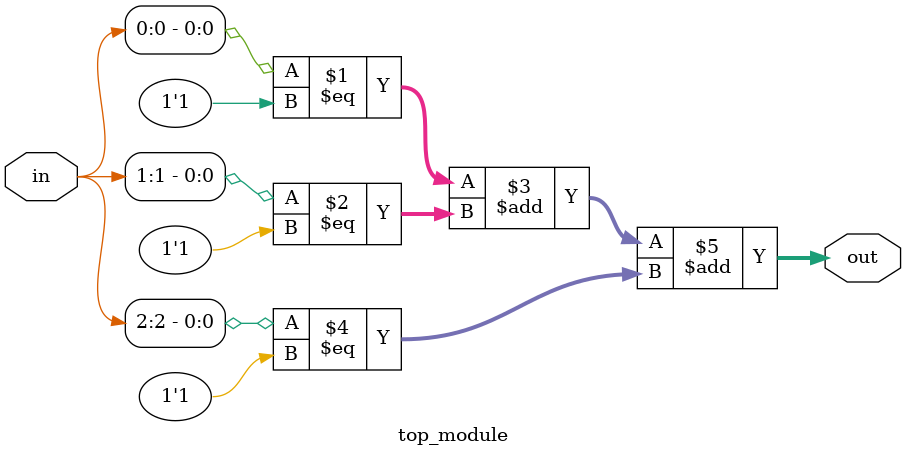
<source format=v>
module top_module( 
    input [2:0] in,
    output [1:0] out );
    assign out=(in[0]==1)+
               (in[1]==1)+
               (in[2]==1);
endmodule

</source>
